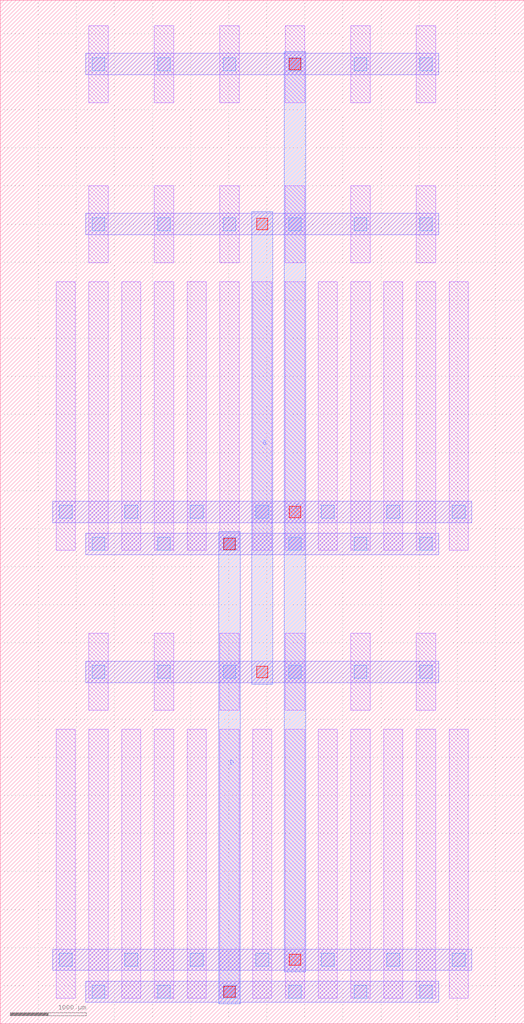
<source format=lef>
MACRO NMOS_S_7151189_X6_Y2
  UNITS 
    DATABASE MICRONS UNITS 1000;
  END UNITS 
  ORIGIN 0 0 ;
  FOREIGN NMOS_S_7151189_X6_Y2 0 0 ;
  SIZE 6880 BY 13440 ;
  PIN D
    DIRECTION INOUT ;
    USE SIGNAL ;
    PORT
      LAYER M3 ;
        RECT 2870 260 3150 6460 ;
    END
  END D
  PIN G
    DIRECTION INOUT ;
    USE SIGNAL ;
    PORT
      LAYER M3 ;
        RECT 3300 4460 3580 10660 ;
    END
  END G
  PIN S
    DIRECTION INOUT ;
    USE SIGNAL ;
    PORT
      LAYER M3 ;
        RECT 3730 680 4010 12760 ;
    END
  END S
  OBS
    LAYER M1 ;
      RECT 1165 335 1415 3865 ;
    LAYER M1 ;
      RECT 1165 4115 1415 5125 ;
    LAYER M1 ;
      RECT 1165 6215 1415 9745 ;
    LAYER M1 ;
      RECT 1165 9995 1415 11005 ;
    LAYER M1 ;
      RECT 1165 12095 1415 13105 ;
    LAYER M1 ;
      RECT 735 335 985 3865 ;
    LAYER M1 ;
      RECT 735 6215 985 9745 ;
    LAYER M1 ;
      RECT 1595 335 1845 3865 ;
    LAYER M1 ;
      RECT 1595 6215 1845 9745 ;
    LAYER M1 ;
      RECT 2025 335 2275 3865 ;
    LAYER M1 ;
      RECT 2025 4115 2275 5125 ;
    LAYER M1 ;
      RECT 2025 6215 2275 9745 ;
    LAYER M1 ;
      RECT 2025 9995 2275 11005 ;
    LAYER M1 ;
      RECT 2025 12095 2275 13105 ;
    LAYER M1 ;
      RECT 2455 335 2705 3865 ;
    LAYER M1 ;
      RECT 2455 6215 2705 9745 ;
    LAYER M1 ;
      RECT 2885 335 3135 3865 ;
    LAYER M1 ;
      RECT 2885 4115 3135 5125 ;
    LAYER M1 ;
      RECT 2885 6215 3135 9745 ;
    LAYER M1 ;
      RECT 2885 9995 3135 11005 ;
    LAYER M1 ;
      RECT 2885 12095 3135 13105 ;
    LAYER M1 ;
      RECT 3315 335 3565 3865 ;
    LAYER M1 ;
      RECT 3315 6215 3565 9745 ;
    LAYER M1 ;
      RECT 3745 335 3995 3865 ;
    LAYER M1 ;
      RECT 3745 4115 3995 5125 ;
    LAYER M1 ;
      RECT 3745 6215 3995 9745 ;
    LAYER M1 ;
      RECT 3745 9995 3995 11005 ;
    LAYER M1 ;
      RECT 3745 12095 3995 13105 ;
    LAYER M1 ;
      RECT 4175 335 4425 3865 ;
    LAYER M1 ;
      RECT 4175 6215 4425 9745 ;
    LAYER M1 ;
      RECT 4605 335 4855 3865 ;
    LAYER M1 ;
      RECT 4605 4115 4855 5125 ;
    LAYER M1 ;
      RECT 4605 6215 4855 9745 ;
    LAYER M1 ;
      RECT 4605 9995 4855 11005 ;
    LAYER M1 ;
      RECT 4605 12095 4855 13105 ;
    LAYER M1 ;
      RECT 5035 335 5285 3865 ;
    LAYER M1 ;
      RECT 5035 6215 5285 9745 ;
    LAYER M1 ;
      RECT 5465 335 5715 3865 ;
    LAYER M1 ;
      RECT 5465 4115 5715 5125 ;
    LAYER M1 ;
      RECT 5465 6215 5715 9745 ;
    LAYER M1 ;
      RECT 5465 9995 5715 11005 ;
    LAYER M1 ;
      RECT 5465 12095 5715 13105 ;
    LAYER M1 ;
      RECT 5895 335 6145 3865 ;
    LAYER M1 ;
      RECT 5895 6215 6145 9745 ;
    LAYER M2 ;
      RECT 1120 280 5760 560 ;
    LAYER M2 ;
      RECT 1120 4480 5760 4760 ;
    LAYER M2 ;
      RECT 690 700 6190 980 ;
    LAYER M2 ;
      RECT 1120 6160 5760 6440 ;
    LAYER M2 ;
      RECT 1120 10360 5760 10640 ;
    LAYER M2 ;
      RECT 690 6580 6190 6860 ;
    LAYER M2 ;
      RECT 1120 12460 5760 12740 ;
    LAYER V1 ;
      RECT 1205 335 1375 505 ;
    LAYER V1 ;
      RECT 1205 4535 1375 4705 ;
    LAYER V1 ;
      RECT 1205 6215 1375 6385 ;
    LAYER V1 ;
      RECT 1205 10415 1375 10585 ;
    LAYER V1 ;
      RECT 1205 12515 1375 12685 ;
    LAYER V1 ;
      RECT 2065 335 2235 505 ;
    LAYER V1 ;
      RECT 2065 4535 2235 4705 ;
    LAYER V1 ;
      RECT 2065 6215 2235 6385 ;
    LAYER V1 ;
      RECT 2065 10415 2235 10585 ;
    LAYER V1 ;
      RECT 2065 12515 2235 12685 ;
    LAYER V1 ;
      RECT 2925 335 3095 505 ;
    LAYER V1 ;
      RECT 2925 4535 3095 4705 ;
    LAYER V1 ;
      RECT 2925 6215 3095 6385 ;
    LAYER V1 ;
      RECT 2925 10415 3095 10585 ;
    LAYER V1 ;
      RECT 2925 12515 3095 12685 ;
    LAYER V1 ;
      RECT 3785 335 3955 505 ;
    LAYER V1 ;
      RECT 3785 4535 3955 4705 ;
    LAYER V1 ;
      RECT 3785 6215 3955 6385 ;
    LAYER V1 ;
      RECT 3785 10415 3955 10585 ;
    LAYER V1 ;
      RECT 3785 12515 3955 12685 ;
    LAYER V1 ;
      RECT 4645 335 4815 505 ;
    LAYER V1 ;
      RECT 4645 4535 4815 4705 ;
    LAYER V1 ;
      RECT 4645 6215 4815 6385 ;
    LAYER V1 ;
      RECT 4645 10415 4815 10585 ;
    LAYER V1 ;
      RECT 4645 12515 4815 12685 ;
    LAYER V1 ;
      RECT 5505 335 5675 505 ;
    LAYER V1 ;
      RECT 5505 4535 5675 4705 ;
    LAYER V1 ;
      RECT 5505 6215 5675 6385 ;
    LAYER V1 ;
      RECT 5505 10415 5675 10585 ;
    LAYER V1 ;
      RECT 5505 12515 5675 12685 ;
    LAYER V1 ;
      RECT 775 755 945 925 ;
    LAYER V1 ;
      RECT 775 6635 945 6805 ;
    LAYER V1 ;
      RECT 1635 755 1805 925 ;
    LAYER V1 ;
      RECT 1635 6635 1805 6805 ;
    LAYER V1 ;
      RECT 2495 755 2665 925 ;
    LAYER V1 ;
      RECT 2495 6635 2665 6805 ;
    LAYER V1 ;
      RECT 3355 755 3525 925 ;
    LAYER V1 ;
      RECT 3355 6635 3525 6805 ;
    LAYER V1 ;
      RECT 4215 755 4385 925 ;
    LAYER V1 ;
      RECT 4215 6635 4385 6805 ;
    LAYER V1 ;
      RECT 5075 755 5245 925 ;
    LAYER V1 ;
      RECT 5075 6635 5245 6805 ;
    LAYER V1 ;
      RECT 5935 755 6105 925 ;
    LAYER V1 ;
      RECT 5935 6635 6105 6805 ;
    LAYER V2 ;
      RECT 2935 345 3085 495 ;
    LAYER V2 ;
      RECT 2935 6225 3085 6375 ;
    LAYER V2 ;
      RECT 3365 4545 3515 4695 ;
    LAYER V2 ;
      RECT 3365 10425 3515 10575 ;
    LAYER V2 ;
      RECT 3795 765 3945 915 ;
    LAYER V2 ;
      RECT 3795 6645 3945 6795 ;
    LAYER V2 ;
      RECT 3795 12525 3945 12675 ;
  END
END NMOS_S_7151189_X6_Y2

</source>
